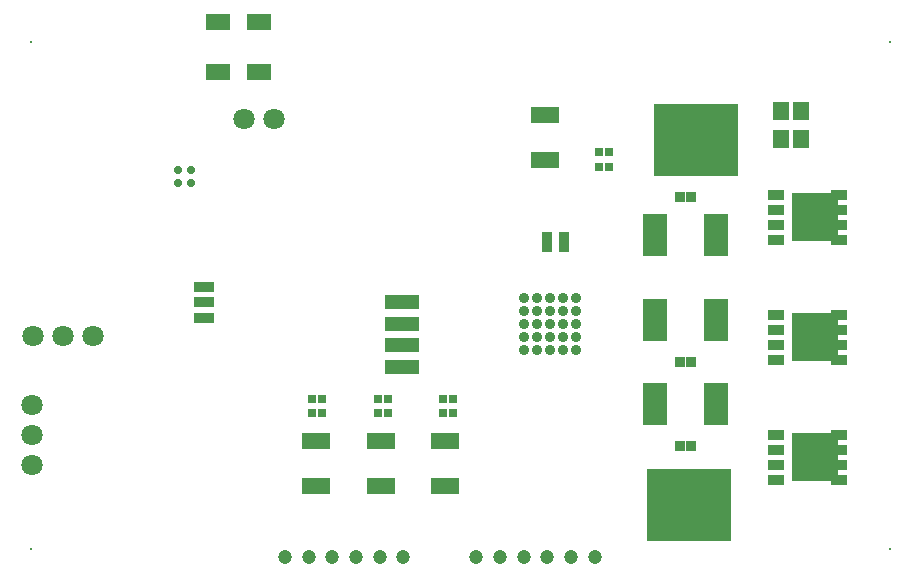
<source format=gbs>
G04 Layer_Color=16711935*
%FSLAX25Y25*%
%MOIN*%
G70*
G01*
G75*
%ADD61R,0.03162X0.02965*%
%ADD64R,0.05524X0.06312*%
%ADD66R,0.28359X0.24422*%
%ADD67R,0.03241X0.03398*%
%ADD68R,0.03398X0.03241*%
%ADD69R,0.09265X0.05800*%
%ADD90R,0.05800X0.03202*%
%ADD91R,0.15800X0.16194*%
%ADD93C,0.07099*%
%ADD94C,0.04737*%
%ADD95C,0.00800*%
%ADD96C,0.02768*%
%ADD97C,0.03556*%
%ADD98R,0.07965X0.05800*%
%ADD99R,0.07887X0.14186*%
%ADD100R,0.11824X0.05131*%
D61*
X516732Y345669D02*
D03*
X520079D02*
D03*
X520177Y340945D02*
D03*
X516831D02*
D03*
X542126D02*
D03*
X538779D02*
D03*
X538878Y345669D02*
D03*
X542224D02*
D03*
X563878Y340945D02*
D03*
X560532D02*
D03*
Y345669D02*
D03*
X563878D02*
D03*
X612500Y422835D02*
D03*
X615846D02*
D03*
Y427953D02*
D03*
X612500D02*
D03*
D64*
X679724Y432283D02*
D03*
X673032D02*
D03*
X679724Y441535D02*
D03*
X673032D02*
D03*
D66*
X642520Y310236D02*
D03*
X644882Y432087D02*
D03*
D67*
X595276Y396299D02*
D03*
Y399764D02*
D03*
X600787Y396299D02*
D03*
Y399764D02*
D03*
D68*
X482598Y382874D02*
D03*
X479134D02*
D03*
X482598Y377953D02*
D03*
X479134D02*
D03*
X482598Y372638D02*
D03*
X479134D02*
D03*
X643071Y329921D02*
D03*
X639606D02*
D03*
X643071Y357874D02*
D03*
X639606D02*
D03*
X643071Y412992D02*
D03*
X639606D02*
D03*
D69*
X594488Y425197D02*
D03*
Y440158D02*
D03*
X561024Y331496D02*
D03*
Y316535D02*
D03*
X539764Y331496D02*
D03*
Y316535D02*
D03*
X518110Y331496D02*
D03*
Y316535D02*
D03*
D90*
X671496Y398661D02*
D03*
Y413661D02*
D03*
Y403661D02*
D03*
Y408661D02*
D03*
X692520Y398661D02*
D03*
Y413661D02*
D03*
Y403661D02*
D03*
Y408661D02*
D03*
X671496Y318622D02*
D03*
Y333622D02*
D03*
Y323622D02*
D03*
Y328622D02*
D03*
X692520Y318622D02*
D03*
Y333622D02*
D03*
Y323622D02*
D03*
Y328622D02*
D03*
X671496Y358780D02*
D03*
Y373780D02*
D03*
Y363779D02*
D03*
Y368779D02*
D03*
X692520Y358780D02*
D03*
Y373780D02*
D03*
Y363779D02*
D03*
Y368779D02*
D03*
D91*
X684496Y406161D02*
D03*
Y326122D02*
D03*
Y366280D02*
D03*
D93*
X423622Y323701D02*
D03*
Y333701D02*
D03*
Y343701D02*
D03*
X504095Y438976D02*
D03*
X494095D02*
D03*
X423858Y366535D02*
D03*
X433858D02*
D03*
X443858D02*
D03*
D94*
X611024Y292913D02*
D03*
X595276D02*
D03*
X587402D02*
D03*
X579528D02*
D03*
X603150D02*
D03*
X571654D02*
D03*
X547244D02*
D03*
X531496D02*
D03*
X523622D02*
D03*
X515748D02*
D03*
X539370D02*
D03*
X507874D02*
D03*
D95*
X423228Y464567D02*
D03*
Y295669D02*
D03*
X709449D02*
D03*
Y464567D02*
D03*
D96*
X476575Y417520D02*
D03*
X472244D02*
D03*
X476575Y421850D02*
D03*
X472244D02*
D03*
D97*
X587402Y379134D02*
D03*
X591732D02*
D03*
X596063D02*
D03*
X600394D02*
D03*
X604724D02*
D03*
X587402Y374803D02*
D03*
X591732D02*
D03*
X596063D02*
D03*
X600394D02*
D03*
X604724D02*
D03*
X587402Y370472D02*
D03*
X591732D02*
D03*
X596063D02*
D03*
X600394D02*
D03*
X604724D02*
D03*
X587402Y366142D02*
D03*
X591732D02*
D03*
X596063D02*
D03*
X600394D02*
D03*
X604724D02*
D03*
X587402Y361811D02*
D03*
X591732D02*
D03*
X596063D02*
D03*
X600394D02*
D03*
X604724D02*
D03*
D98*
X499213Y471260D02*
D03*
Y454567D02*
D03*
X485433Y471260D02*
D03*
Y454567D02*
D03*
D99*
X631102Y372047D02*
D03*
X651575D02*
D03*
X631102Y344094D02*
D03*
X651575D02*
D03*
X631102Y400394D02*
D03*
X651575D02*
D03*
D100*
X546850Y363517D02*
D03*
Y356299D02*
D03*
Y370735D02*
D03*
Y377953D02*
D03*
M02*

</source>
